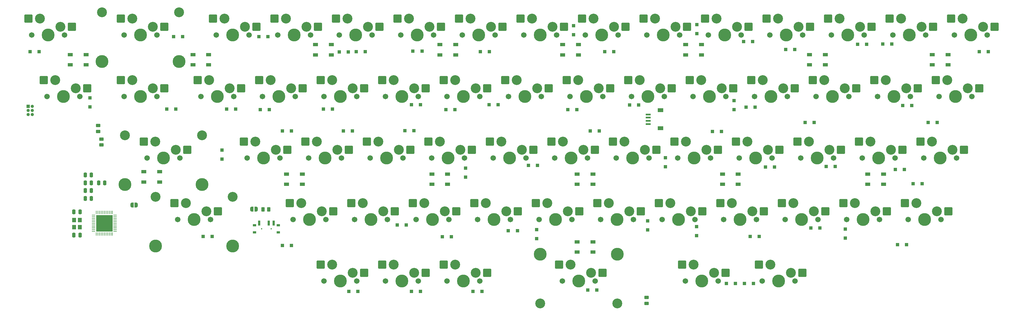
<source format=gbr>
%TF.GenerationSoftware,KiCad,Pcbnew,(6.0.7-1)-1*%
%TF.CreationDate,2022-10-03T12:17:23+02:00*%
%TF.ProjectId,hedgehog-lite,68656467-6568-46f6-972d-6c6974652e6b,rev?*%
%TF.SameCoordinates,Original*%
%TF.FileFunction,Soldermask,Top*%
%TF.FilePolarity,Negative*%
%FSLAX46Y46*%
G04 Gerber Fmt 4.6, Leading zero omitted, Abs format (unit mm)*
G04 Created by KiCad (PCBNEW (6.0.7-1)-1) date 2022-10-03 12:17:23*
%MOMM*%
%LPD*%
G01*
G04 APERTURE LIST*
G04 Aperture macros list*
%AMRoundRect*
0 Rectangle with rounded corners*
0 $1 Rounding radius*
0 $2 $3 $4 $5 $6 $7 $8 $9 X,Y pos of 4 corners*
0 Add a 4 corners polygon primitive as box body*
4,1,4,$2,$3,$4,$5,$6,$7,$8,$9,$2,$3,0*
0 Add four circle primitives for the rounded corners*
1,1,$1+$1,$2,$3*
1,1,$1+$1,$4,$5*
1,1,$1+$1,$6,$7*
1,1,$1+$1,$8,$9*
0 Add four rect primitives between the rounded corners*
20,1,$1+$1,$2,$3,$4,$5,0*
20,1,$1+$1,$4,$5,$6,$7,0*
20,1,$1+$1,$6,$7,$8,$9,0*
20,1,$1+$1,$8,$9,$2,$3,0*%
%AMFreePoly0*
4,1,22,0.500000,-0.750000,0.000000,-0.750000,0.000000,-0.745033,-0.079941,-0.743568,-0.215256,-0.701293,-0.333266,-0.622738,-0.424486,-0.514219,-0.481581,-0.384460,-0.499164,-0.250000,-0.500000,-0.250000,-0.500000,0.250000,-0.499164,0.250000,-0.499963,0.256109,-0.478152,0.396186,-0.417904,0.524511,-0.324060,0.630769,-0.204165,0.706417,-0.067858,0.745374,0.000000,0.744959,0.000000,0.750000,
0.500000,0.750000,0.500000,-0.750000,0.500000,-0.750000,$1*%
%AMFreePoly1*
4,1,20,0.000000,0.744959,0.073905,0.744508,0.209726,0.703889,0.328688,0.626782,0.421226,0.519385,0.479903,0.390333,0.500000,0.250000,0.500000,-0.250000,0.499851,-0.262216,0.476331,-0.402017,0.414519,-0.529596,0.319384,-0.634700,0.198574,-0.708877,0.061801,-0.746166,0.000000,-0.745033,0.000000,-0.750000,-0.500000,-0.750000,-0.500000,0.750000,0.000000,0.750000,0.000000,0.744959,
0.000000,0.744959,$1*%
G04 Aperture macros list end*
%ADD10FreePoly0,0.000000*%
%ADD11FreePoly1,0.000000*%
%ADD12R,1.100000X1.100000*%
%ADD13C,1.701800*%
%ADD14C,3.048000*%
%ADD15C,3.987800*%
%ADD16RoundRect,0.254000X-1.016000X-1.016000X1.016000X-1.016000X1.016000X1.016000X-1.016000X1.016000X0*%
%ADD17R,1.000000X1.000000*%
%ADD18O,1.000000X1.000000*%
%ADD19R,1.500000X1.000000*%
%ADD20RoundRect,0.250000X-0.250000X-0.475000X0.250000X-0.475000X0.250000X0.475000X-0.250000X0.475000X0*%
%ADD21R,1.800000X1.200000*%
%ADD22R,1.550000X0.600000*%
%ADD23RoundRect,0.250000X0.450000X-0.262500X0.450000X0.262500X-0.450000X0.262500X-0.450000X-0.262500X0*%
%ADD24RoundRect,0.250000X-0.262500X-0.450000X0.262500X-0.450000X0.262500X0.450000X-0.262500X0.450000X0*%
%ADD25RoundRect,0.250000X0.250000X0.475000X-0.250000X0.475000X-0.250000X-0.475000X0.250000X-0.475000X0*%
%ADD26RoundRect,0.062500X-0.062500X0.475000X-0.062500X-0.475000X0.062500X-0.475000X0.062500X0.475000X0*%
%ADD27RoundRect,0.062500X-0.475000X0.062500X-0.475000X-0.062500X0.475000X-0.062500X0.475000X0.062500X0*%
%ADD28R,5.200000X5.200000*%
%ADD29R,0.700000X1.500000*%
%ADD30R,1.000000X0.800000*%
%ADD31C,0.450000*%
%ADD32R,1.200000X1.400000*%
G04 APERTURE END LIST*
D10*
%TO.C,JP2*%
X120254000Y-139700000D03*
D11*
X121554000Y-139700000D03*
%TD*%
D12*
%TO.C,D5*%
X152525000Y-90887500D03*
X155325000Y-90887500D03*
%TD*%
D13*
%TO.C,K8*%
X80645000Y-85725000D03*
D14*
X83185000Y-80645000D03*
X73787000Y-78740000D03*
X89535000Y-83185000D03*
D13*
X90805000Y-85725000D03*
D15*
X97663000Y-93980000D03*
D14*
X97663000Y-78740000D03*
D15*
X85725000Y-85725000D03*
X73787000Y-93980000D03*
D16*
X79629000Y-80645000D03*
X93091000Y-83185000D03*
%TD*%
D12*
%TO.C,D88*%
X51525000Y-90887500D03*
X54325000Y-90887500D03*
%TD*%
D10*
%TO.C,JP1*%
X83119200Y-138379200D03*
D11*
X84419200Y-138379200D03*
%TD*%
D14*
%TO.C,K22*%
X260985000Y-121285000D03*
D13*
X262255000Y-123825000D03*
X252095000Y-123825000D03*
D15*
X257175000Y-123825000D03*
D14*
X254635000Y-118745000D03*
D16*
X251079000Y-118745000D03*
X264541000Y-121285000D03*
%TD*%
D12*
%TO.C,D11*%
X291589000Y-112839500D03*
X294389000Y-112839500D03*
%TD*%
D17*
%TO.C,J2*%
X50934000Y-107815600D03*
D18*
X52204000Y-107815600D03*
X50934000Y-109085600D03*
X52204000Y-109085600D03*
X50934000Y-110355600D03*
X52204000Y-110355600D03*
%TD*%
D13*
%TO.C,K70*%
X328930000Y-85725000D03*
D14*
X321310000Y-80645000D03*
X327660000Y-83185000D03*
D15*
X323850000Y-85725000D03*
D13*
X318770000Y-85725000D03*
D16*
X317754000Y-80645000D03*
X331216000Y-83185000D03*
%TD*%
D13*
%TO.C,K82*%
X242570000Y-85725000D03*
X252730000Y-85725000D03*
D15*
X247650000Y-85725000D03*
D14*
X245110000Y-80645000D03*
X251460000Y-83185000D03*
D16*
X241554000Y-80645000D03*
X255016000Y-83185000D03*
%TD*%
D12*
%TO.C,D31*%
X296192400Y-145542000D03*
X293392400Y-145542000D03*
%TD*%
%TO.C,D60*%
X321815000Y-107569000D03*
X324615000Y-107569000D03*
%TD*%
D15*
%TO.C,K41*%
X283368750Y-161925000D03*
D13*
X278288750Y-161925000D03*
D14*
X287178750Y-159385000D03*
D13*
X288448750Y-161925000D03*
D14*
X280828750Y-156845000D03*
D16*
X277272750Y-156845000D03*
X290734750Y-159385000D03*
%TD*%
D13*
%TO.C,K7*%
X119380000Y-85725000D03*
D14*
X111760000Y-80645000D03*
D15*
X114300000Y-85725000D03*
D13*
X109220000Y-85725000D03*
D14*
X118110000Y-83185000D03*
D16*
X108204000Y-80645000D03*
X121666000Y-83185000D03*
%TD*%
D14*
%TO.C,K63*%
X203835000Y-121285000D03*
X197485000Y-118745000D03*
D13*
X205105000Y-123825000D03*
X194945000Y-123825000D03*
D15*
X200025000Y-123825000D03*
D16*
X193929000Y-118745000D03*
X207391000Y-121285000D03*
%TD*%
D12*
%TO.C,D41*%
X272790000Y-162710000D03*
X275590000Y-162710000D03*
%TD*%
%TO.C,D3*%
X229525000Y-90887500D03*
X232325000Y-90887500D03*
%TD*%
%TO.C,D2*%
X275339000Y-87782400D03*
X272539000Y-87782400D03*
%TD*%
D19*
%TO.C,DL14*%
X101975000Y-91787500D03*
X101975000Y-94987500D03*
X106875000Y-94987500D03*
X106875000Y-91787500D03*
%TD*%
%TO.C,DL1*%
X91705600Y-131292400D03*
X91705600Y-128092400D03*
X86805600Y-128092400D03*
X86805600Y-131292400D03*
%TD*%
D12*
%TO.C,D53*%
X199675000Y-146325000D03*
X202475000Y-146325000D03*
%TD*%
%TO.C,D44*%
X188716000Y-165123000D03*
X191516000Y-165123000D03*
%TD*%
%TO.C,D54*%
X168021000Y-144549000D03*
X165221000Y-144549000D03*
%TD*%
%TO.C,D16*%
X122806000Y-108839000D03*
X125606000Y-108839000D03*
%TD*%
%TO.C,D14*%
X180337000Y-108839000D03*
X183137000Y-108839000D03*
%TD*%
%TO.C,D20*%
X324990000Y-131762500D03*
X327790000Y-131762500D03*
%TD*%
D15*
%TO.C,K32*%
X252412500Y-142875000D03*
D13*
X257492500Y-142875000D03*
D14*
X256222500Y-140335000D03*
X249872500Y-137795000D03*
D13*
X247332500Y-142875000D03*
D16*
X246316500Y-137795000D03*
X259778500Y-140335000D03*
%TD*%
D12*
%TO.C,D30*%
X320164000Y-150685500D03*
X322964000Y-150685500D03*
%TD*%
D20*
%TO.C,C3*%
X68625000Y-133912000D03*
X70525000Y-133912000D03*
%TD*%
D14*
%TO.C,K10*%
X341947500Y-102235000D03*
X335597500Y-99695000D03*
D15*
X338137500Y-104775000D03*
D13*
X333057500Y-104775000D03*
X343217500Y-104775000D03*
D16*
X332041500Y-99695000D03*
X345503500Y-102235000D03*
%TD*%
D13*
%TO.C,K11*%
X294957500Y-104775000D03*
D15*
X300037500Y-104775000D03*
D14*
X297497500Y-99695000D03*
D13*
X305117500Y-104775000D03*
D14*
X303847500Y-102235000D03*
D16*
X293941500Y-99695000D03*
X307403500Y-102235000D03*
%TD*%
D14*
%TO.C,K27*%
X104806750Y-116840000D03*
X80930750Y-116840000D03*
X96678750Y-121285000D03*
X90328750Y-118745000D03*
D13*
X87788750Y-123825000D03*
D15*
X80930750Y-132080000D03*
X92868750Y-123825000D03*
X104806750Y-132080000D03*
D13*
X97948750Y-123825000D03*
D16*
X86772750Y-118745000D03*
X100234750Y-121285000D03*
%TD*%
D12*
%TO.C,D4*%
X191025000Y-90887500D03*
X193825000Y-90887500D03*
%TD*%
D19*
%TO.C,DL3*%
X180875000Y-131987500D03*
X180875000Y-128787500D03*
X175975000Y-128787500D03*
X175975000Y-131987500D03*
%TD*%
D13*
%TO.C,K42*%
X254476250Y-161925000D03*
D14*
X257016250Y-156845000D03*
D15*
X259556250Y-161925000D03*
D13*
X264636250Y-161925000D03*
D14*
X263366250Y-159385000D03*
D16*
X253460250Y-156845000D03*
X266922250Y-159385000D03*
%TD*%
D13*
%TO.C,K45*%
X161607500Y-161925000D03*
D14*
X164147500Y-156845000D03*
D15*
X166687500Y-161925000D03*
D14*
X170497500Y-159385000D03*
D13*
X171767500Y-161925000D03*
D16*
X160591500Y-156845000D03*
X174053500Y-159385000D03*
%TD*%
D13*
%TO.C,K12*%
X267017500Y-104775000D03*
D15*
X261937500Y-104775000D03*
D13*
X256857500Y-104775000D03*
D14*
X265747500Y-102235000D03*
X259397500Y-99695000D03*
D16*
X255841500Y-99695000D03*
X269303500Y-102235000D03*
%TD*%
D13*
%TO.C,K72*%
X237807500Y-104775000D03*
D14*
X246697500Y-102235000D03*
D15*
X242887500Y-104775000D03*
D14*
X240347500Y-99695000D03*
D13*
X247967500Y-104775000D03*
D16*
X236791500Y-99695000D03*
X250253500Y-102235000D03*
%TD*%
D12*
%TO.C,D81*%
X285543800Y-90220800D03*
X288343800Y-90220800D03*
%TD*%
%TO.C,D10*%
X329689000Y-112839500D03*
X332489000Y-112839500D03*
%TD*%
D13*
%TO.C,K34*%
X181292500Y-142875000D03*
D15*
X176212500Y-142875000D03*
D13*
X171132500Y-142875000D03*
D14*
X173672500Y-137795000D03*
X180022500Y-140335000D03*
D16*
X170116500Y-137795000D03*
X183578500Y-140335000D03*
%TD*%
D12*
%TO.C,D50*%
X319525000Y-127387500D03*
X322325000Y-127387500D03*
%TD*%
%TO.C,D35*%
X129664000Y-150939500D03*
X132464000Y-150939500D03*
%TD*%
%TO.C,D38*%
X70075000Y-108025000D03*
X70075000Y-105225000D03*
%TD*%
D14*
%TO.C,K13*%
X221297500Y-99695000D03*
D15*
X223837500Y-104775000D03*
D13*
X228917500Y-104775000D03*
D14*
X227647500Y-102235000D03*
D13*
X218757500Y-104775000D03*
D16*
X217741500Y-99695000D03*
X231203500Y-102235000D03*
%TD*%
D12*
%TO.C,D40*%
X304035000Y-148616000D03*
X304035000Y-145816000D03*
%TD*%
%TO.C,D6*%
X150142400Y-90982800D03*
X147342400Y-90982800D03*
%TD*%
D21*
%TO.C,J1*%
X246825000Y-109025000D03*
X246825000Y-114625000D03*
D22*
X242950000Y-113325000D03*
X242950000Y-112325000D03*
X242950000Y-111325000D03*
X242950000Y-110325000D03*
%TD*%
D14*
%TO.C,K73*%
X202247500Y-99695000D03*
X208597500Y-102235000D03*
D13*
X209867500Y-104775000D03*
X199707500Y-104775000D03*
D15*
X204787500Y-104775000D03*
D16*
X198691500Y-99695000D03*
X212153500Y-102235000D03*
%TD*%
D14*
%TO.C,K81*%
X289560000Y-83185000D03*
D13*
X280670000Y-85725000D03*
D15*
X285750000Y-85725000D03*
D14*
X283210000Y-80645000D03*
D13*
X290830000Y-85725000D03*
D16*
X279654000Y-80645000D03*
X293116000Y-83185000D03*
%TD*%
D13*
%TO.C,K74*%
X171767500Y-104775000D03*
D15*
X166687500Y-104775000D03*
D14*
X170497500Y-102235000D03*
X164147500Y-99695000D03*
D13*
X161607500Y-104775000D03*
D16*
X160591500Y-99695000D03*
X174053500Y-102235000D03*
%TD*%
D14*
%TO.C,K40*%
X313372500Y-140335000D03*
D13*
X304482500Y-142875000D03*
X314642500Y-142875000D03*
D14*
X307022500Y-137795000D03*
D15*
X309562500Y-142875000D03*
D16*
X303466500Y-137795000D03*
X316928500Y-140335000D03*
%TD*%
D14*
%TO.C,K52*%
X230822500Y-137795000D03*
D15*
X233362500Y-142875000D03*
D13*
X228282500Y-142875000D03*
D14*
X237172500Y-140335000D03*
D13*
X238442500Y-142875000D03*
D16*
X227266500Y-137795000D03*
X240728500Y-140335000D03*
%TD*%
D23*
%TO.C,R4*%
X73660000Y-119784500D03*
X73660000Y-117959500D03*
%TD*%
D15*
%TO.C,K16*%
X128587500Y-104775000D03*
D13*
X133667500Y-104775000D03*
X123507500Y-104775000D03*
D14*
X132397500Y-102235000D03*
X126047500Y-99695000D03*
D16*
X122491500Y-99695000D03*
X135953500Y-102235000D03*
%TD*%
D14*
%TO.C,K60*%
X322897500Y-102235000D03*
D13*
X324167500Y-104775000D03*
D15*
X319087500Y-104775000D03*
D13*
X314007500Y-104775000D03*
D14*
X316547500Y-99695000D03*
D16*
X312991500Y-99695000D03*
X326453500Y-102235000D03*
%TD*%
D12*
%TO.C,D25*%
X148584000Y-115466000D03*
X151384000Y-115466000D03*
%TD*%
%TO.C,D82*%
X258013200Y-85296200D03*
X258013200Y-82496200D03*
%TD*%
%TO.C,D8*%
X98809000Y-86258400D03*
X96009000Y-86258400D03*
%TD*%
D19*
%TO.C,DL15*%
X63975000Y-91787500D03*
X63975000Y-94987500D03*
X68875000Y-94987500D03*
X68875000Y-91787500D03*
%TD*%
D12*
%TO.C,D18*%
X96650000Y-108712000D03*
X93850000Y-108712000D03*
%TD*%
D14*
%TO.C,K23*%
X216535000Y-118745000D03*
D13*
X213995000Y-123825000D03*
D15*
X219075000Y-123825000D03*
D13*
X224155000Y-123825000D03*
D14*
X222885000Y-121285000D03*
D16*
X212979000Y-118745000D03*
X226441000Y-121285000D03*
%TD*%
D12*
%TO.C,D34*%
X179216400Y-148234400D03*
X182016400Y-148234400D03*
%TD*%
D19*
%TO.C,DL12*%
X178475000Y-88725000D03*
X178475000Y-91925000D03*
X183375000Y-91925000D03*
X183375000Y-88725000D03*
%TD*%
%TO.C,DL2*%
X135875000Y-131987500D03*
X135875000Y-128787500D03*
X130975000Y-128787500D03*
X130975000Y-131987500D03*
%TD*%
D15*
%TO.C,K24*%
X180975000Y-123825000D03*
D14*
X178435000Y-118745000D03*
D13*
X186055000Y-123825000D03*
X175895000Y-123825000D03*
D14*
X184785000Y-121285000D03*
D16*
X174879000Y-118745000D03*
X188341000Y-121285000D03*
%TD*%
D13*
%TO.C,K43*%
X226536250Y-161925000D03*
D14*
X218916250Y-156845000D03*
D15*
X233394250Y-153670000D03*
X209518250Y-153670000D03*
D14*
X225266250Y-159385000D03*
D15*
X221456250Y-161925000D03*
D13*
X216376250Y-161925000D03*
D14*
X233394250Y-168910000D03*
X209518250Y-168910000D03*
D16*
X215360250Y-156845000D03*
X228822250Y-159385000D03*
%TD*%
D15*
%TO.C,K3*%
X228600000Y-85725000D03*
D14*
X232410000Y-83185000D03*
D13*
X233680000Y-85725000D03*
X223520000Y-85725000D03*
D14*
X226060000Y-80645000D03*
D16*
X222504000Y-80645000D03*
X235966000Y-83185000D03*
%TD*%
D20*
%TO.C,C4*%
X68625000Y-136325000D03*
X70525000Y-136325000D03*
%TD*%
D12*
%TO.C,D83*%
X219862400Y-85677200D03*
X219862400Y-82877200D03*
%TD*%
%TO.C,D0*%
X345525000Y-90887500D03*
X348325000Y-90887500D03*
%TD*%
D14*
%TO.C,K83*%
X207010000Y-80645000D03*
D15*
X209550000Y-85725000D03*
D14*
X213360000Y-83185000D03*
D13*
X214630000Y-85725000D03*
X204470000Y-85725000D03*
D16*
X203454000Y-80645000D03*
X216916000Y-83185000D03*
%TD*%
D19*
%TO.C,DL8*%
X330975000Y-91787500D03*
X330975000Y-94987500D03*
X335875000Y-94987500D03*
X335875000Y-91787500D03*
%TD*%
D14*
%TO.C,K61*%
X273685000Y-118745000D03*
D13*
X281305000Y-123825000D03*
D14*
X280035000Y-121285000D03*
D15*
X276225000Y-123825000D03*
D13*
X271145000Y-123825000D03*
D16*
X270129000Y-118745000D03*
X283591000Y-121285000D03*
%TD*%
D12*
%TO.C,D17*%
X112392000Y-108712000D03*
X115192000Y-108712000D03*
%TD*%
D19*
%TO.C,DL13*%
X139975000Y-88725000D03*
X139975000Y-91925000D03*
X144875000Y-91925000D03*
X144875000Y-88725000D03*
%TD*%
D14*
%TO.C,K30*%
X326072500Y-137795000D03*
D13*
X333692500Y-142875000D03*
D14*
X332422500Y-140335000D03*
D15*
X328612500Y-142875000D03*
D13*
X323532500Y-142875000D03*
D16*
X322516500Y-137795000D03*
X335978500Y-140335000D03*
%TD*%
D12*
%TO.C,D7*%
X122422000Y-86256000D03*
X125222000Y-86256000D03*
%TD*%
%TO.C,D84*%
X172926200Y-90754200D03*
X170126200Y-90754200D03*
%TD*%
D14*
%TO.C,K31*%
X294322500Y-140335000D03*
D13*
X285432500Y-142875000D03*
D14*
X287972500Y-137795000D03*
D13*
X295592500Y-142875000D03*
D15*
X290512500Y-142875000D03*
D16*
X284416500Y-137795000D03*
X297878500Y-140335000D03*
%TD*%
D24*
%TO.C,R2*%
X123671500Y-139723000D03*
X125496500Y-139723000D03*
%TD*%
D12*
%TO.C,D15*%
X142364000Y-108712000D03*
X145164000Y-108712000D03*
%TD*%
%TO.C,D73*%
X193675000Y-107325000D03*
X196475000Y-107325000D03*
%TD*%
D14*
%TO.C,K46*%
X151447500Y-159385000D03*
D13*
X152717500Y-161925000D03*
X142557500Y-161925000D03*
D15*
X147637500Y-161925000D03*
D14*
X145097500Y-156845000D03*
D16*
X141541500Y-156845000D03*
X155003500Y-159385000D03*
%TD*%
D12*
%TO.C,D26*%
X129661000Y-115466000D03*
X132461000Y-115466000D03*
%TD*%
%TO.C,D21*%
X300866000Y-126492000D03*
X298066000Y-126492000D03*
%TD*%
%TO.C,D63*%
X208714800Y-126085600D03*
X205914800Y-126085600D03*
%TD*%
D19*
%TO.C,DL7*%
X315875000Y-131987500D03*
X315875000Y-128787500D03*
X310975000Y-128787500D03*
X310975000Y-131987500D03*
%TD*%
D16*
%TO.C,K36*%
X109759750Y-140335000D03*
X96297750Y-137795000D03*
D14*
X90455750Y-135890000D03*
D15*
X102393750Y-142875000D03*
D13*
X97313750Y-142875000D03*
X107473750Y-142875000D03*
D14*
X106203750Y-140335000D03*
X99853750Y-137795000D03*
D15*
X90455750Y-151130000D03*
D14*
X114331750Y-135890000D03*
D15*
X114331750Y-151130000D03*
%TD*%
D12*
%TO.C,D27*%
X110947200Y-124132800D03*
X110947200Y-121332800D03*
%TD*%
%TO.C,D72*%
X237233000Y-107442000D03*
X240033000Y-107442000D03*
%TD*%
%TO.C,D51*%
X274568000Y-148105000D03*
X277368000Y-148105000D03*
%TD*%
D15*
%TO.C,K2*%
X266700000Y-85725000D03*
D13*
X271780000Y-85725000D03*
X261620000Y-85725000D03*
D14*
X270510000Y-83185000D03*
X264160000Y-80645000D03*
D16*
X260604000Y-80645000D03*
X274066000Y-83185000D03*
%TD*%
D12*
%TO.C,D1*%
X307870400Y-88620600D03*
X310670400Y-88620600D03*
%TD*%
D13*
%TO.C,K1*%
X299720000Y-85725000D03*
D15*
X304800000Y-85725000D03*
D13*
X309880000Y-85725000D03*
D14*
X302260000Y-80645000D03*
X308610000Y-83185000D03*
D16*
X298704000Y-80645000D03*
X312166000Y-83185000D03*
%TD*%
D13*
%TO.C,K26*%
X128905000Y-123825000D03*
X118745000Y-123825000D03*
D15*
X123825000Y-123825000D03*
D14*
X121285000Y-118745000D03*
X127635000Y-121285000D03*
D16*
X117729000Y-118745000D03*
X131191000Y-121285000D03*
%TD*%
D13*
%TO.C,K44*%
X180657500Y-161925000D03*
D14*
X183197500Y-156845000D03*
X189547500Y-159385000D03*
D15*
X185737500Y-161925000D03*
D13*
X190817500Y-161925000D03*
D16*
X179641500Y-156845000D03*
X193103500Y-159385000D03*
%TD*%
D25*
%TO.C,C5*%
X67025000Y-140525000D03*
X65125000Y-140525000D03*
%TD*%
D19*
%TO.C,DL6*%
X270875000Y-131987500D03*
X270875000Y-128787500D03*
X265975000Y-128787500D03*
X265975000Y-131987500D03*
%TD*%
D12*
%TO.C,D22*%
X265687000Y-115593000D03*
X262887000Y-115593000D03*
%TD*%
%TO.C,D24*%
X186425000Y-129787500D03*
X186425000Y-126987500D03*
%TD*%
D13*
%TO.C,K38*%
X56832500Y-104775000D03*
X66992500Y-104775000D03*
D14*
X65722500Y-102235000D03*
D15*
X61912500Y-104775000D03*
D14*
X59372500Y-99695000D03*
D16*
X55816500Y-99695000D03*
X69278500Y-102235000D03*
%TD*%
D15*
%TO.C,K54*%
X157162500Y-142875000D03*
D14*
X154622500Y-137795000D03*
X160972500Y-140335000D03*
D13*
X162242500Y-142875000D03*
X152082500Y-142875000D03*
D16*
X151066500Y-137795000D03*
X164528500Y-140335000D03*
%TD*%
D12*
%TO.C,D33*%
X208425000Y-148787500D03*
X208425000Y-145987500D03*
%TD*%
D26*
%TO.C,U1*%
X77075000Y-140703500D03*
X76575000Y-140703500D03*
X76075000Y-140703500D03*
X75575000Y-140703500D03*
X75075000Y-140703500D03*
X74575000Y-140703500D03*
X74075000Y-140703500D03*
X73575000Y-140703500D03*
X73075000Y-140703500D03*
X72575000Y-140703500D03*
X72075000Y-140703500D03*
D27*
X71237500Y-141541000D03*
X71237500Y-142041000D03*
X71237500Y-142541000D03*
X71237500Y-143041000D03*
X71237500Y-143541000D03*
X71237500Y-144041000D03*
X71237500Y-144541000D03*
X71237500Y-145041000D03*
X71237500Y-145541000D03*
X71237500Y-146041000D03*
X71237500Y-146541000D03*
D26*
X72075000Y-147378500D03*
X72575000Y-147378500D03*
X73075000Y-147378500D03*
X73575000Y-147378500D03*
X74075000Y-147378500D03*
X74575000Y-147378500D03*
X75075000Y-147378500D03*
X75575000Y-147378500D03*
X76075000Y-147378500D03*
X76575000Y-147378500D03*
X77075000Y-147378500D03*
D27*
X77912500Y-146541000D03*
X77912500Y-146041000D03*
X77912500Y-145541000D03*
X77912500Y-145041000D03*
X77912500Y-144541000D03*
X77912500Y-144041000D03*
X77912500Y-143541000D03*
X77912500Y-143041000D03*
X77912500Y-142541000D03*
X77912500Y-142041000D03*
X77912500Y-141541000D03*
D28*
X74575000Y-144041000D03*
%TD*%
D15*
%TO.C,K51*%
X271462500Y-142875000D03*
D14*
X268922500Y-137795000D03*
X275272500Y-140335000D03*
D13*
X266382500Y-142875000D03*
X276542500Y-142875000D03*
D16*
X265366500Y-137795000D03*
X278828500Y-140335000D03*
%TD*%
D13*
%TO.C,K53*%
X190182500Y-142875000D03*
D15*
X195262500Y-142875000D03*
D14*
X199072500Y-140335000D03*
D13*
X200342500Y-142875000D03*
D14*
X192722500Y-137795000D03*
D16*
X189166500Y-137795000D03*
X202628500Y-140335000D03*
%TD*%
D13*
%TO.C,K88*%
X52070000Y-85725000D03*
D14*
X54610000Y-80645000D03*
D13*
X62230000Y-85725000D03*
D15*
X57150000Y-85725000D03*
D14*
X60960000Y-83185000D03*
D16*
X51054000Y-80645000D03*
X64516000Y-83185000D03*
%TD*%
D15*
%TO.C,K21*%
X295275000Y-123825000D03*
D14*
X299085000Y-121285000D03*
D13*
X290195000Y-123825000D03*
X300355000Y-123825000D03*
D14*
X292735000Y-118745000D03*
D16*
X289179000Y-118745000D03*
X302641000Y-121285000D03*
%TD*%
D13*
%TO.C,K15*%
X142557500Y-104775000D03*
D15*
X147637500Y-104775000D03*
D14*
X145097500Y-99695000D03*
X151447500Y-102235000D03*
D13*
X152717500Y-104775000D03*
D16*
X141541500Y-99695000D03*
X155003500Y-102235000D03*
%TD*%
D19*
%TO.C,DL9*%
X292975000Y-91787500D03*
X292975000Y-94987500D03*
X297875000Y-94987500D03*
X297875000Y-91787500D03*
%TD*%
D20*
%TO.C,C2*%
X68625000Y-131499000D03*
X70525000Y-131499000D03*
%TD*%
D12*
%TO.C,D43*%
X227076000Y-164742000D03*
X224276000Y-164742000D03*
%TD*%
%TO.C,D13*%
X218056000Y-108839000D03*
X220856000Y-108839000D03*
%TD*%
D19*
%TO.C,DL4*%
X225875000Y-152987500D03*
X225875000Y-149787500D03*
X220975000Y-149787500D03*
X220975000Y-152987500D03*
%TD*%
D14*
%TO.C,K64*%
X165735000Y-121285000D03*
D15*
X161925000Y-123825000D03*
D13*
X156845000Y-123825000D03*
X167005000Y-123825000D03*
D14*
X159385000Y-118745000D03*
D16*
X155829000Y-118745000D03*
X169291000Y-121285000D03*
%TD*%
D12*
%TO.C,D42*%
X270002000Y-162710000D03*
X267202000Y-162710000D03*
%TD*%
D25*
%TO.C,C7*%
X74708600Y-131544200D03*
X72808600Y-131544200D03*
%TD*%
D13*
%TO.C,K6*%
X138430000Y-85725000D03*
X128270000Y-85725000D03*
D14*
X137160000Y-83185000D03*
D15*
X133350000Y-85725000D03*
D14*
X130810000Y-80645000D03*
D16*
X127254000Y-80645000D03*
X140716000Y-83185000D03*
%TD*%
D23*
%TO.C,R1*%
X242440000Y-168829500D03*
X242440000Y-167004500D03*
%TD*%
D14*
%TO.C,K33*%
X218122500Y-140335000D03*
D13*
X209232500Y-142875000D03*
D15*
X214312500Y-142875000D03*
D13*
X219392500Y-142875000D03*
D14*
X211772500Y-137795000D03*
D16*
X208216500Y-137795000D03*
X221678500Y-140335000D03*
%TD*%
D12*
%TO.C,D46*%
X153035000Y-165123000D03*
X150235000Y-165123000D03*
%TD*%
D19*
%TO.C,DL11*%
X216475000Y-88725000D03*
X216475000Y-91925000D03*
X221375000Y-91925000D03*
X221375000Y-88725000D03*
%TD*%
D14*
%TO.C,K35*%
X135572500Y-137795000D03*
X141922500Y-140335000D03*
D13*
X143192500Y-142875000D03*
D15*
X138112500Y-142875000D03*
D13*
X133032500Y-142875000D03*
D16*
X132016500Y-137795000D03*
X145478500Y-140335000D03*
%TD*%
D15*
%TO.C,K18*%
X85725000Y-104775000D03*
D13*
X90805000Y-104775000D03*
X80645000Y-104775000D03*
D14*
X83185000Y-99695000D03*
X89535000Y-102235000D03*
D16*
X79629000Y-99695000D03*
X93091000Y-102235000D03*
%TD*%
D19*
%TO.C,DL5*%
X225875000Y-131987500D03*
X225875000Y-128787500D03*
X220975000Y-128787500D03*
X220975000Y-131987500D03*
%TD*%
D13*
%TO.C,K14*%
X190817500Y-104775000D03*
D14*
X189547500Y-102235000D03*
D15*
X185737500Y-104775000D03*
D13*
X180657500Y-104775000D03*
D14*
X183197500Y-99695000D03*
D16*
X179641500Y-99695000D03*
X193103500Y-102235000D03*
%TD*%
D29*
%TO.C,SW2*%
X122488000Y-143982500D03*
X125488000Y-143982500D03*
X126988000Y-143982500D03*
D30*
X121088000Y-144632500D03*
X121088000Y-146832500D03*
X128388000Y-144632500D03*
X128388000Y-146832500D03*
D31*
X123238000Y-145732500D03*
X126238000Y-145732500D03*
%TD*%
D19*
%TO.C,DL10*%
X254625000Y-88725000D03*
X254625000Y-91925000D03*
X259525000Y-91925000D03*
X259525000Y-88725000D03*
%TD*%
D12*
%TO.C,D74*%
X172469000Y-107315000D03*
X169669000Y-107315000D03*
%TD*%
%TO.C,D23*%
X227838000Y-115466000D03*
X225038000Y-115466000D03*
%TD*%
D15*
%TO.C,K62*%
X238125000Y-123825000D03*
D13*
X243205000Y-123825000D03*
D14*
X235585000Y-118745000D03*
X241935000Y-121285000D03*
D13*
X233045000Y-123825000D03*
D16*
X232029000Y-118745000D03*
X245491000Y-121285000D03*
%TD*%
D12*
%TO.C,D64*%
X170434000Y-115339000D03*
X167634000Y-115339000D03*
%TD*%
D23*
%TO.C,R3*%
X72644000Y-115593500D03*
X72644000Y-113768500D03*
%TD*%
D12*
%TO.C,D71*%
X273301000Y-108077000D03*
X276101000Y-108077000D03*
%TD*%
%TO.C,D61*%
X282067000Y-126619000D03*
X279267000Y-126619000D03*
%TD*%
D13*
%TO.C,K5*%
X147320000Y-85725000D03*
D15*
X152400000Y-85725000D03*
D14*
X149860000Y-80645000D03*
D13*
X157480000Y-85725000D03*
D14*
X156210000Y-83185000D03*
D16*
X146304000Y-80645000D03*
X159766000Y-83185000D03*
%TD*%
D13*
%TO.C,K4*%
X185420000Y-85725000D03*
D14*
X194310000Y-83185000D03*
X187960000Y-80645000D03*
D15*
X190500000Y-85725000D03*
D13*
X195580000Y-85725000D03*
D16*
X184404000Y-80645000D03*
X197866000Y-83185000D03*
%TD*%
D14*
%TO.C,K17*%
X106997500Y-99695000D03*
D13*
X114617500Y-104775000D03*
D14*
X113347500Y-102235000D03*
D15*
X109537500Y-104775000D03*
D13*
X104457500Y-104775000D03*
D16*
X103441500Y-99695000D03*
X116903500Y-102235000D03*
%TD*%
D12*
%TO.C,D45*%
X169666000Y-165123000D03*
X172466000Y-165123000D03*
%TD*%
D32*
%TO.C,Y1*%
X66925000Y-145223000D03*
X66925000Y-143023000D03*
X65225000Y-143023000D03*
X65225000Y-145223000D03*
%TD*%
D12*
%TO.C,D70*%
X315617400Y-88493600D03*
X318417400Y-88493600D03*
%TD*%
%TO.C,D52*%
X242824000Y-146116500D03*
X242824000Y-143316500D03*
%TD*%
D14*
%TO.C,K50*%
X311785000Y-118745000D03*
D15*
X314325000Y-123825000D03*
D14*
X318135000Y-121285000D03*
D13*
X309245000Y-123825000D03*
X319405000Y-123825000D03*
D16*
X308229000Y-118745000D03*
X321691000Y-121285000D03*
%TD*%
D12*
%TO.C,D62*%
X248282000Y-126518000D03*
X248282000Y-123718000D03*
%TD*%
D14*
%TO.C,K84*%
X168910000Y-80645000D03*
D13*
X176530000Y-85725000D03*
X166370000Y-85725000D03*
D14*
X175260000Y-83185000D03*
D15*
X171450000Y-85725000D03*
D16*
X165354000Y-80645000D03*
X178816000Y-83185000D03*
%TD*%
D15*
%TO.C,K25*%
X142875000Y-123825000D03*
D13*
X137795000Y-123825000D03*
X147955000Y-123825000D03*
D14*
X140335000Y-118745000D03*
X146685000Y-121285000D03*
D16*
X136779000Y-118745000D03*
X150241000Y-121285000D03*
%TD*%
D15*
%TO.C,K71*%
X280987500Y-104775000D03*
D14*
X284797500Y-102235000D03*
D13*
X286067500Y-104775000D03*
X275907500Y-104775000D03*
D14*
X278447500Y-99695000D03*
D16*
X274891500Y-99695000D03*
X288353500Y-102235000D03*
%TD*%
D12*
%TO.C,D36*%
X105150000Y-148105000D03*
X107950000Y-148105000D03*
%TD*%
%TO.C,D12*%
X269575000Y-108825000D03*
X269575000Y-106025000D03*
%TD*%
D14*
%TO.C,K0*%
X346710000Y-83185000D03*
X340360000Y-80645000D03*
D13*
X337820000Y-85725000D03*
X347980000Y-85725000D03*
D15*
X342900000Y-85725000D03*
D16*
X336804000Y-80645000D03*
X350266000Y-83185000D03*
%TD*%
D20*
%TO.C,C1*%
X68625000Y-129086000D03*
X70525000Y-129086000D03*
%TD*%
D12*
%TO.C,D32*%
X257934000Y-147854000D03*
X257934000Y-145054000D03*
%TD*%
D15*
%TO.C,K20*%
X333375000Y-123825000D03*
D14*
X337185000Y-121285000D03*
D13*
X328295000Y-123825000D03*
X338455000Y-123825000D03*
D14*
X330835000Y-118745000D03*
D16*
X327279000Y-118745000D03*
X340741000Y-121285000D03*
%TD*%
D20*
%TO.C,C6*%
X65125000Y-147725000D03*
X67025000Y-147725000D03*
%TD*%
M02*

</source>
